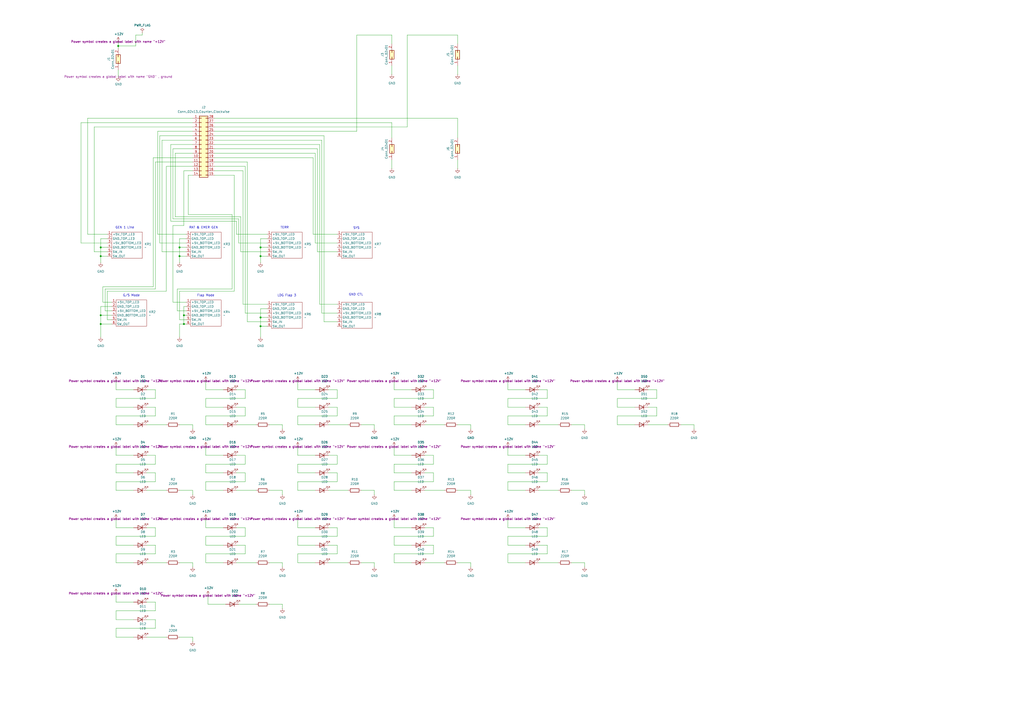
<source format=kicad_sch>
(kicad_sch (version 20250114) (generator "eeschema") (generator_version "9.0")
  (paper "A2")
  (text "TERR" (at 165.1 132.08 0) (effects (font (size 1.27 1.27))))
  (text "G/S Mode\n" (at 76.2 171.45 0) (effects (font (size 1.27 1.27))))
  (text "LDG Flap 3\n" (at 166.37 171.45 0) (effects (font (size 1.27 1.27))))
  (text "GEN 1 Line\n" (at 72.39 132.08 0) (effects (font (size 1.27 1.27))))
  (text "Flap Mode" (at 119.38 171.45 0) (effects (font (size 1.27 1.27))))
  (text "GND CTL" (at 206.502 170.942 0) (effects (font (size 1.27 1.27))))
  (text "SYS" (at 206.756 132.334 0) (effects (font (size 1.27 1.27))))
  (text "RAT & EMER GEN" (at 118.11 132.08 0) (effects (font (size 1.27 1.27))))
  (junction (at 151.13 189.23))
  (junction (at 68.58 26.67))
  (junction (at 58.42 148.59))
  (junction (at 151.13 143.51))
  (junction (at 151.13 184.15))
  (junction (at 58.42 182.88))
  (junction (at 104.14 143.51))
  (junction (at 151.13 148.59))
  (junction (at 104.14 148.59))
  (junction (at 58.42 187.96))
  (junction (at 58.42 143.51))
  (junction (at 106.68 182.88))
  (junction (at 106.68 187.96))
  (wire (pts (xy 304.8 274.32) (xy 294.64 274.32)))
  (wire (pts (xy 77.47 369.57) (xy 67.31 369.57)))
  (wire (pts (xy 107.95 140.97) (xy 92.71 140.97)))
  (wire (pts (xy 156.21 350.52) (xy 163.83 350.52)))
  (wire (pts (xy 317.5 231.14) (xy 317.5 226.06)))
  (wire (pts (xy 142.24 279.4) (xy 142.24 274.32)))
  (wire (pts (xy 100.33 86.36) (xy 100.33 127)))
  (wire (pts (xy 119.38 259.08) (xy 119.38 264.16)))
  (wire (pts (xy 58.42 187.96) (xy 64.77 187.96)))
  (wire (pts (xy 58.42 182.88) (xy 58.42 177.8)))
  (wire (pts (xy 85.09 284.48) (xy 96.52 284.48)))
  (wire (pts (xy 402.59 246.38) (xy 402.59 248.92)))
  (wire (pts (xy 228.6 226.06) (xy 238.76 226.06)))
  (wire (pts (xy 88.9 166.37) (xy 88.9 91.44)))
  (wire (pts (xy 251.46 321.31) (xy 251.46 316.23)))
  (wire (pts (xy 238.76 326.39) (xy 228.6 326.39)))
  (wire (pts (xy 195.58 231.14) (xy 195.58 226.06)))
  (wire (pts (xy 62.23 146.05) (xy 54.61 146.05)))
  (wire (pts (xy 68.58 24.13) (xy 68.58 26.67)))
  (wire (pts (xy 137.16 128.27) (xy 99.06 128.27)))
  (wire (pts (xy 90.17 311.15) (xy 90.17 306.07)))
  (wire (pts (xy 151.13 189.23) (xy 151.13 184.15)))
  (wire (pts (xy 195.58 146.05) (xy 184.15 146.05)))
  (wire (pts (xy 317.5 241.3) (xy 317.5 236.22)))
  (wire (pts (xy 172.72 316.23) (xy 172.72 311.15)))
  (wire (pts (xy 187.96 78.74) (xy 124.46 78.74)))
  (wire (pts (xy 195.58 279.4) (xy 195.58 274.32)))
  (wire (pts (xy 184.15 146.05) (xy 184.15 86.36)))
  (wire (pts (xy 163.83 350.52) (xy 163.83 353.06)))
  (wire (pts (xy 104.14 168.91) (xy 135.89 168.91)))
  (wire (pts (xy 172.72 269.24) (xy 195.58 269.24)))
  (wire (pts (xy 251.46 311.15) (xy 251.46 306.07)))
  (wire (pts (xy 294.64 269.24) (xy 317.5 269.24)))
  (wire (pts (xy 67.31 300.99) (xy 67.31 306.07)))
  (wire (pts (xy 67.31 231.14) (xy 90.17 231.14)))
  (wire (pts (xy 96.52 96.52) (xy 96.52 168.91)))
  (wire (pts (xy 217.17 284.48) (xy 217.17 287.02)))
  (wire (pts (xy 195.58 135.89) (xy 181.61 135.89)))
  (wire (pts (xy 90.17 279.4) (xy 90.17 274.32)))
  (wire (pts (xy 273.05 284.48) (xy 273.05 287.02)))
  (wire (pts (xy 358.14 220.98) (xy 358.14 226.06)))
  (wire (pts (xy 228.6 316.23) (xy 228.6 311.15)))
  (wire (pts (xy 228.6 269.24) (xy 251.46 269.24)))
  (wire (pts (xy 195.58 186.69) (xy 187.96 186.69)))
  (wire (pts (xy 163.83 246.38) (xy 163.83 248.92)))
  (wire (pts (xy 138.43 127) (xy 138.43 140.97)))
  (wire (pts (xy 195.58 241.3) (xy 195.58 236.22)))
  (wire (pts (xy 265.43 25.4) (xy 265.43 20.32)))
  (wire (pts (xy 246.38 246.38) (xy 257.81 246.38)))
  (wire (pts (xy 54.61 146.05) (xy 54.61 73.66)))
  (wire (pts (xy 104.14 284.48) (xy 111.76 284.48)))
  (wire (pts (xy 172.72 321.31) (xy 195.58 321.31)))
  (wire (pts (xy 58.42 195.58) (xy 58.42 187.96)))
  (wire (pts (xy 228.6 220.98) (xy 228.6 226.06)))
  (wire (pts (xy 77.47 246.38) (xy 67.31 246.38)))
  (wire (pts (xy 381 236.22) (xy 375.92 236.22)))
  (wire (pts (xy 119.38 279.4) (xy 142.24 279.4)))
  (wire (pts (xy 67.31 321.31) (xy 90.17 321.31)))
  (wire (pts (xy 228.6 259.08) (xy 228.6 264.16)))
  (wire (pts (xy 85.09 369.57) (xy 96.52 369.57)))
  (wire (pts (xy 77.47 316.23) (xy 67.31 316.23)))
  (wire (pts (xy 381 226.06) (xy 375.92 226.06)))
  (wire (pts (xy 375.92 246.38) (xy 387.35 246.38)))
  (wire (pts (xy 182.88 284.48) (xy 172.72 284.48)))
  (wire (pts (xy 151.13 152.4) (xy 151.13 148.59)))
  (wire (pts (xy 96.52 168.91) (xy 62.23 168.91)))
  (wire (pts (xy 154.94 135.89) (xy 137.16 135.89)))
  (wire (pts (xy 85.09 246.38) (xy 96.52 246.38)))
  (wire (pts (xy 358.14 241.3) (xy 381 241.3)))
  (wire (pts (xy 67.31 369.57) (xy 67.31 364.49)))
  (wire (pts (xy 64.77 180.34) (xy 60.96 180.34)))
  (wire (pts (xy 58.42 143.51) (xy 62.23 143.51)))
  (wire (pts (xy 331.47 326.39) (xy 339.09 326.39)))
  (wire (pts (xy 339.09 284.48) (xy 339.09 287.02)))
  (wire (pts (xy 304.8 284.48) (xy 294.64 284.48)))
  (wire (pts (xy 77.47 326.39) (xy 67.31 326.39)))
  (wire (pts (xy 251.46 231.14) (xy 251.46 226.06)))
  (wire (pts (xy 67.31 316.23) (xy 67.31 311.15)))
  (wire (pts (xy 151.13 195.58) (xy 151.13 189.23)))
  (wire (pts (xy 195.58 176.53) (xy 185.42 176.53)))
  (wire (pts (xy 238.76 284.48) (xy 228.6 284.48)))
  (wire (pts (xy 151.13 148.59) (xy 154.94 148.59)))
  (wire (pts (xy 381 241.3) (xy 381 236.22)))
  (wire (pts (xy 236.22 20.32) (xy 236.22 73.66)))
  (wire (pts (xy 109.22 101.6) (xy 111.76 101.6)))
  (wire (pts (xy 90.17 93.98) (xy 111.76 93.98)))
  (wire (pts (xy 90.17 231.14) (xy 90.17 226.06)))
  (wire (pts (xy 151.13 184.15) (xy 151.13 179.07)))
  (wire (pts (xy 68.58 40.64) (xy 68.58 44.45)))
  (wire (pts (xy 104.14 148.59) (xy 104.14 143.51)))
  (wire (pts (xy 93.98 81.28) (xy 111.76 81.28)))
  (wire (pts (xy 172.72 326.39) (xy 172.72 321.31)))
  (wire (pts (xy 368.3 236.22) (xy 358.14 236.22)))
  (wire (pts (xy 92.71 78.74) (xy 111.76 78.74)))
  (wire (pts (xy 64.77 185.42) (xy 62.23 185.42)))
  (wire (pts (xy 317.5 306.07) (xy 312.42 306.07)))
  (wire (pts (xy 67.31 241.3) (xy 90.17 241.3)))
  (wire (pts (xy 265.43 80.01) (xy 265.43 68.58)))
  (wire (pts (xy 91.44 76.2) (xy 111.76 76.2)))
  (wire (pts (xy 111.76 284.48) (xy 111.76 287.02)))
  (wire (pts (xy 119.38 300.99) (xy 119.38 306.07)))
  (wire (pts (xy 120.65 350.52) (xy 130.81 350.52)))
  (wire (pts (xy 54.61 73.66) (xy 111.76 73.66)))
  (wire (pts (xy 119.38 316.23) (xy 119.38 311.15)))
  (wire (pts (xy 185.42 176.53) (xy 185.42 83.82)))
  (wire (pts (xy 142.24 181.61) (xy 142.24 96.52)))
  (wire (pts (xy 172.72 226.06) (xy 182.88 226.06)))
  (wire (pts (xy 317.5 274.32) (xy 312.42 274.32)))
  (wire (pts (xy 151.13 179.07) (xy 154.94 179.07)))
  (wire (pts (xy 246.38 326.39) (xy 257.81 326.39)))
  (wire (pts (xy 209.55 246.38) (xy 217.17 246.38)))
  (wire (pts (xy 138.43 350.52) (xy 148.59 350.52)))
  (wire (pts (xy 119.38 236.22) (xy 119.38 231.14)))
  (wire (pts (xy 67.31 226.06) (xy 77.47 226.06)))
  (wire (pts (xy 106.68 99.06) (xy 111.76 99.06)))
  (wire (pts (xy 273.05 326.39) (xy 273.05 328.93)))
  (wire (pts (xy 195.58 311.15) (xy 195.58 306.07)))
  (wire (pts (xy 195.58 264.16) (xy 190.5 264.16)))
  (wire (pts (xy 107.95 175.26) (xy 100.33 175.26)))
  (wire (pts (xy 251.46 316.23) (xy 246.38 316.23)))
  (wire (pts (xy 195.58 226.06) (xy 190.5 226.06)))
  (wire (pts (xy 312.42 284.48) (xy 323.85 284.48)))
  (wire (pts (xy 77.47 236.22) (xy 67.31 236.22)))
  (wire (pts (xy 294.64 246.38) (xy 294.64 241.3)))
  (wire (pts (xy 228.6 236.22) (xy 228.6 231.14)))
  (wire (pts (xy 124.46 96.52) (xy 142.24 96.52)))
  (wire (pts (xy 251.46 306.07) (xy 246.38 306.07)))
  (wire (pts (xy 67.31 264.16) (xy 77.47 264.16)))
  (wire (pts (xy 119.38 326.39) (xy 119.38 321.31)))
  (wire (pts (xy 304.8 236.22) (xy 294.64 236.22)))
  (wire (pts (xy 227.33 20.32) (xy 207.01 20.32)))
  (wire (pts (xy 58.42 177.8) (xy 64.77 177.8)))
  (wire (pts (xy 67.31 269.24) (xy 90.17 269.24)))
  (wire (pts (xy 294.64 226.06) (xy 304.8 226.06)))
  (wire (pts (xy 90.17 364.49) (xy 90.17 359.41)))
  (wire (pts (xy 88.9 91.44) (xy 111.76 91.44)))
  (wire (pts (xy 58.42 148.59) (xy 62.23 148.59)))
  (wire (pts (xy 227.33 25.4) (xy 227.33 20.32)))
  (wire (pts (xy 142.24 306.07) (xy 137.16 306.07)))
  (wire (pts (xy 228.6 284.48) (xy 228.6 279.4)))
  (wire (pts (xy 294.64 236.22) (xy 294.64 231.14)))
  (wire (pts (xy 50.8 135.89) (xy 50.8 68.58)))
  (wire (pts (xy 181.61 91.44) (xy 124.46 91.44)))
  (wire (pts (xy 238.76 316.23) (xy 228.6 316.23)))
  (wire (pts (xy 67.31 354.33) (xy 90.17 354.33)))
  (wire (pts (xy 317.5 269.24) (xy 317.5 264.16)))
  (wire (pts (xy 368.3 246.38) (xy 358.14 246.38)))
  (wire (pts (xy 312.42 246.38) (xy 323.85 246.38)))
  (wire (pts (xy 265.43 92.71) (xy 265.43 97.79)))
  (wire (pts (xy 228.6 246.38) (xy 228.6 241.3)))
  (wire (pts (xy 104.14 148.59) (xy 107.95 148.59)))
  (wire (pts (xy 119.38 306.07) (xy 129.54 306.07)))
  (wire (pts (xy 119.38 246.38) (xy 119.38 241.3)))
  (wire (pts (xy 90.17 354.33) (xy 90.17 349.25)))
  (wire (pts (xy 151.13 143.51) (xy 151.13 138.43)))
  (wire (pts (xy 100.33 127) (xy 138.43 127)))
  (wire (pts (xy 120.65 345.44) (xy 120.65 350.52)))
  (wire (pts (xy 156.21 284.48) (xy 163.83 284.48)))
  (wire (pts (xy 207.01 20.32) (xy 207.01 76.2)))
  (wire (pts (xy 137.16 246.38) (xy 148.59 246.38)))
  (wire (pts (xy 154.94 186.69) (xy 143.51 186.69)))
  (wire (pts (xy 228.6 300.99) (xy 228.6 306.07)))
  (wire (pts (xy 172.72 236.22) (xy 172.72 231.14)))
  (wire (pts (xy 236.22 73.66) (xy 124.46 73.66)))
  (wire (pts (xy 129.54 316.23) (xy 119.38 316.23)))
  (wire (pts (xy 294.64 321.31) (xy 317.5 321.31)))
  (wire (pts (xy 154.94 181.61) (xy 142.24 181.61)))
  (wire (pts (xy 107.95 146.05) (xy 93.98 146.05)))
  (wire (pts (xy 143.51 186.69) (xy 143.51 93.98)))
  (wire (pts (xy 163.83 326.39) (xy 163.83 328.93)))
  (wire (pts (xy 182.88 316.23) (xy 172.72 316.23)))
  (wire (pts (xy 58.42 187.96) (xy 58.42 182.88)))
  (wire (pts (xy 227.33 71.12) (xy 124.46 71.12)))
  (wire (pts (xy 90.17 226.06) (xy 85.09 226.06)))
  (wire (pts (xy 104.14 195.58) (xy 104.14 187.96)))
  (wire (pts (xy 46.99 71.12) (xy 111.76 71.12)))
  (wire (pts (xy 142.24 241.3) (xy 142.24 236.22)))
  (wire (pts (xy 294.64 300.99) (xy 294.64 306.07)))
  (wire (pts (xy 67.31 359.41) (xy 67.31 354.33)))
  (wire (pts (xy 228.6 264.16) (xy 238.76 264.16)))
  (wire (pts (xy 227.33 71.12) (xy 227.33 80.01)))
  (wire (pts (xy 294.64 306.07) (xy 304.8 306.07)))
  (wire (pts (xy 67.31 306.07) (xy 77.47 306.07)))
  (wire (pts (xy 317.5 311.15) (xy 317.5 306.07)))
  (wire (pts (xy 111.76 246.38) (xy 111.76 248.92)))
  (wire (pts (xy 190.5 246.38) (xy 201.93 246.38)))
  (wire (pts (xy 381 231.14) (xy 381 226.06)))
  (wire (pts (xy 265.43 284.48) (xy 273.05 284.48)))
  (wire (pts (xy 184.15 86.36) (xy 124.46 86.36)))
  (wire (pts (xy 228.6 321.31) (xy 251.46 321.31)))
  (wire (pts (xy 134.62 124.46) (xy 109.22 124.46)))
  (wire (pts (xy 172.72 306.07) (xy 182.88 306.07)))
  (wire (pts (xy 151.13 148.59) (xy 151.13 143.51)))
  (wire (pts (xy 124.46 93.98) (xy 143.51 93.98)))
  (wire (pts (xy 67.31 284.48) (xy 67.31 279.4)))
  (wire (pts (xy 107.95 185.42) (xy 104.14 185.42)))
  (wire (pts (xy 172.72 259.08) (xy 172.72 264.16)))
  (wire (pts (xy 317.5 279.4) (xy 317.5 274.32)))
  (wire (pts (xy 317.5 236.22) (xy 312.42 236.22)))
  (wire (pts (xy 195.58 236.22) (xy 190.5 236.22)))
  (wire (pts (xy 142.24 231.14) (xy 142.24 226.06)))
  (wire (pts (xy 67.31 311.15) (xy 90.17 311.15)))
  (wire (pts (xy 304.8 326.39) (xy 294.64 326.39)))
  (wire (pts (xy 331.47 246.38) (xy 339.09 246.38)))
  (wire (pts (xy 67.31 236.22) (xy 67.31 231.14)))
  (wire (pts (xy 142.24 226.06) (xy 137.16 226.06)))
  (wire (pts (xy 104.14 369.57) (xy 111.76 369.57)))
  (wire (pts (xy 96.52 96.52) (xy 111.76 96.52)))
  (wire (pts (xy 90.17 349.25) (xy 85.09 349.25)))
  (wire (pts (xy 129.54 236.22) (xy 119.38 236.22)))
  (wire (pts (xy 102.87 167.64) (xy 134.62 167.64)))
  (wire (pts (xy 119.38 241.3) (xy 142.24 241.3)))
  (wire (pts (xy 186.69 181.61) (xy 186.69 81.28)))
  (wire (pts (xy 119.38 269.24) (xy 142.24 269.24)))
  (wire (pts (xy 195.58 140.97) (xy 182.88 140.97)))
  (wire (pts (xy 358.14 236.22) (xy 358.14 231.14)))
  (wire (pts (xy 228.6 311.15) (xy 251.46 311.15)))
  (wire (pts (xy 137.16 284.48) (xy 148.59 284.48)))
  (wire (pts (xy 60.96 167.64) (xy 90.17 167.64)))
  (wire (pts (xy 265.43 20.32) (xy 236.22 20.32)))
  (wire (pts (xy 119.38 264.16) (xy 129.54 264.16)))
  (wire (pts (xy 163.83 284.48) (xy 163.83 287.02)))
  (wire (pts (xy 251.46 226.06) (xy 246.38 226.06)))
  (wire (pts (xy 119.38 220.98) (xy 119.38 226.06)))
  (wire (pts (xy 195.58 274.32) (xy 190.5 274.32)))
  (wire (pts (xy 294.64 284.48) (xy 294.64 279.4)))
  (wire (pts (xy 394.97 246.38) (xy 402.59 246.38)))
  (wire (pts (xy 238.76 246.38) (xy 228.6 246.38)))
  (wire (pts (xy 138.43 140.97) (xy 154.94 140.97)))
  (wire (pts (xy 142.24 236.22) (xy 137.16 236.22)))
  (wire (pts (xy 67.31 220.98) (xy 67.31 226.06)))
  (wire (pts (xy 294.64 279.4) (xy 317.5 279.4)))
  (wire (pts (xy 90.17 236.22) (xy 85.09 236.22)))
  (wire (pts (xy 339.09 246.38) (xy 339.09 248.92)))
  (wire (pts (xy 172.72 220.98) (xy 172.72 226.06)))
  (wire (pts (xy 67.31 259.08) (xy 67.31 264.16)))
  (wire (pts (xy 58.42 152.4) (xy 58.42 148.59)))
  (wire (pts (xy 317.5 264.16) (xy 312.42 264.16)))
  (wire (pts (xy 294.64 220.98) (xy 294.64 226.06)))
  (wire (pts (xy 172.72 274.32) (xy 172.72 269.24)))
  (wire (pts (xy 64.77 175.26) (xy 59.69 175.26)))
  (wire (pts (xy 227.33 92.71) (xy 227.33 97.79)))
  (wire (pts (xy 331.47 284.48) (xy 339.09 284.48)))
  (wire (pts (xy 59.69 175.26) (xy 59.69 166.37)))
  (wire (pts (xy 182.88 326.39) (xy 172.72 326.39)))
  (wire (pts (xy 265.43 38.1) (xy 265.43 43.18)))
  (wire (pts (xy 139.7 125.73) (xy 101.6 125.73)))
  (wire (pts (xy 172.72 300.99) (xy 172.72 306.07)))
  (wire (pts (xy 172.72 279.4) (xy 195.58 279.4)))
  (wire (pts (xy 104.14 185.42) (xy 104.14 168.91)))
  (wire (pts (xy 90.17 321.31) (xy 90.17 316.23)))
  (wire (pts (xy 273.05 246.38) (xy 273.05 248.92)))
  (wire (pts (xy 100.33 130.81) (xy 106.68 130.81)))
  (wire (pts (xy 106.68 182.88) (xy 107.95 182.88)))
  (wire (pts (xy 137.16 326.39) (xy 148.59 326.39)))
  (wire (pts (xy 185.42 83.82) (xy 124.46 83.82)))
  (wire (pts (xy 251.46 264.16) (xy 246.38 264.16)))
  (wire (pts (xy 100.33 175.26) (xy 100.33 130.81)))
  (wire (pts (xy 129.54 274.32) (xy 119.38 274.32)))
  (wire (pts (xy 109.22 124.46) (xy 109.22 101.6)))
  (wire (pts (xy 67.31 326.39) (xy 67.31 321.31)))
  (wire (pts (xy 228.6 274.32) (xy 228.6 269.24)))
  (wire (pts (xy 50.8 68.58) (xy 111.76 68.58)))
  (wire (pts (xy 358.14 246.38) (xy 358.14 241.3)))
  (wire (pts (xy 294.64 264.16) (xy 304.8 264.16)))
  (wire (pts (xy 195.58 316.23) (xy 190.5 316.23)))
  (wire (pts (xy 154.94 146.05) (xy 139.7 146.05)))
  (wire (pts (xy 106.68 187.96) (xy 106.68 182.88)))
  (wire (pts (xy 195.58 306.07) (xy 190.5 306.07)))
  (wire (pts (xy 251.46 279.4) (xy 251.46 274.32)))
  (wire (pts (xy 68.58 26.67) (xy 78.74 26.67)))
  (wire (pts (xy 90.17 359.41) (xy 85.09 359.41)))
  (wire (pts (xy 90.17 241.3) (xy 90.17 236.22)))
  (wire (pts (xy 111.76 369.57) (xy 111.76 372.11)))
  (wire (pts (xy 358.14 231.14) (xy 381 231.14)))
  (wire (pts (xy 190.5 284.48) (xy 201.93 284.48)))
  (wire (pts (xy 104.14 326.39) (xy 111.76 326.39)))
  (wire (pts (xy 59.69 166.37) (xy 88.9 166.37)))
  (wire (pts (xy 107.95 180.34) (xy 102.87 180.34)))
  (wire (pts (xy 195.58 269.24) (xy 195.58 264.16)))
  (wire (pts (xy 142.24 311.15) (xy 142.24 306.07)))
  (wire (pts (xy 294.64 231.14) (xy 317.5 231.14)))
  (wire (pts (xy 151.13 143.51) (xy 154.94 143.51)))
  (wire (pts (xy 129.54 284.48) (xy 119.38 284.48)))
  (wire (pts (xy 78.74 20.32) (xy 82.55 20.32)))
  (wire (pts (xy 77.47 359.41) (xy 67.31 359.41)))
  (wire (pts (xy 294.64 316.23) (xy 294.64 311.15)))
  (wire (pts (xy 172.72 284.48) (xy 172.72 279.4)))
  (wire (pts (xy 67.31 364.49) (xy 90.17 364.49)))
  (wire (pts (xy 90.17 269.24) (xy 90.17 264.16)))
  (wire (pts (xy 67.31 274.32) (xy 67.31 269.24)))
  (wire (pts (xy 182.88 88.9) (xy 124.46 88.9)))
  (wire (pts (xy 207.01 76.2) (xy 124.46 76.2)))
  (wire (pts (xy 195.58 181.61) (xy 186.69 181.61)))
  (wire (pts (xy 119.38 284.48) (xy 119.38 279.4)))
  (wire (pts (xy 106.68 187.96) (xy 107.95 187.96)))
  (wire (pts (xy 190.5 326.39) (xy 201.93 326.39)))
  (wire (pts (xy 358.14 226.06) (xy 368.3 226.06)))
  (wire (pts (xy 58.42 138.43) (xy 62.23 138.43)))
  (wire (pts (xy 99.06 83.82) (xy 111.76 83.82)))
  (wire (pts (xy 124.46 99.06) (xy 140.97 99.06)))
  (wire (pts (xy 140.97 176.53) (xy 140.97 99.06)))
  (wire (pts (xy 172.72 241.3) (xy 195.58 241.3)))
  (wire (pts (xy 58.42 182.88) (xy 64.77 182.88)))
  (wire (pts (xy 90.17 306.07) (xy 85.09 306.07)))
  (wire (pts (xy 107.95 135.89) (xy 91.44 135.89)))
  (wire (pts (xy 294.64 241.3) (xy 317.5 241.3)))
  (wire (pts (xy 227.33 38.1) (xy 227.33 43.18)))
  (wire (pts (xy 151.13 189.23) (xy 154.94 189.23)))
  (wire (pts (xy 265.43 68.58) (xy 124.46 68.58)))
  (wire (pts (xy 142.24 274.32) (xy 137.16 274.32)))
  (wire (pts (xy 317.5 316.23) (xy 312.42 316.23)))
  (wire (pts (xy 181.61 135.89) (xy 181.61 91.44)))
  (wire (pts (xy 119.38 226.06) (xy 129.54 226.06)))
  (wire (pts (xy 317.5 226.06) (xy 312.42 226.06)))
  (wire (pts (xy 119.38 274.32) (xy 119.38 269.24)))
  (wire (pts (xy 312.42 326.39) (xy 323.85 326.39)))
  (wire (pts (xy 139.7 146.05) (xy 139.7 125.73)))
  (wire (pts (xy 251.46 241.3) (xy 251.46 236.22)))
  (wire (pts (xy 62.23 135.89) (xy 50.8 135.89)))
  (wire (pts (xy 62.23 168.91) (xy 62.23 185.42)))
  (wire (pts (xy 77.47 284.48) (xy 67.31 284.48)))
  (wire (pts (xy 90.17 167.64) (xy 90.17 93.98)))
  (wire (pts (xy 182.88 140.97) (xy 182.88 88.9)))
  (wire (pts (xy 99.06 128.27) (xy 99.06 83.82)))
  (wire (pts (xy 251.46 269.24) (xy 251.46 264.16)))
  (wire (pts (xy 104.14 187.96) (xy 106.68 187.96)))
  (wire (pts (xy 228.6 241.3) (xy 251.46 241.3)))
  (wire (pts (xy 228.6 231.14) (xy 251.46 231.14)))
  (wire (pts (xy 172.72 231.14) (xy 195.58 231.14)))
  (wire (pts (xy 135.89 101.6) (xy 135.89 168.91)))
  (wire (pts (xy 90.17 264.16) (xy 85.09 264.16)))
  (wire (pts (xy 129.54 326.39) (xy 119.38 326.39)))
  (wire (pts (xy 90.17 316.23) (xy 85.09 316.23)))
  (wire (pts (xy 246.38 284.48) (xy 257.81 284.48)))
  (wire (pts (xy 124.46 101.6) (xy 135.89 101.6)))
  (wire (pts (xy 142.24 316.23) (xy 137.16 316.23)))
  (wire (pts (xy 156.21 246.38) (xy 163.83 246.38)))
  (wire (pts (xy 67.31 344.17) (xy 67.31 349.25)))
  (wire (pts (xy 104.14 152.4) (xy 104.14 148.59)))
  (wire (pts (xy 294.64 274.32) (xy 294.64 269.24)))
  (wire (pts (xy 137.16 135.89) (xy 137.16 128.27)))
  (wire (pts (xy 151.13 138.43) (xy 154.94 138.43)))
  (wire (pts (xy 58.42 143.51) (xy 58.42 138.43)))
  (wire (pts (xy 67.31 349.25) (xy 77.47 349.25)))
  (wire (pts (xy 209.55 326.39) (xy 217.17 326.39)))
  (wire (pts (xy 67.31 246.38) (xy 67.31 241.3)))
  (wire (pts (xy 294.64 259.08) (xy 294.64 264.16)))
  (wire (pts (xy 119.38 311.15) (xy 142.24 311.15)))
  (wire (pts (xy 142.24 269.24) (xy 142.24 264.16)))
  (wire (pts (xy 60.96 180.34) (xy 60.96 167.64)))
  (wire (pts (xy 129.54 246.38) (xy 119.38 246.38)))
  (wire (pts (xy 92.71 140.97) (xy 92.71 78.74)))
  (wire (pts (xy 265.43 246.38) (xy 273.05 246.38)))
  (wire (pts (xy 58.42 148.59) (xy 58.42 143.51)))
  (wire (pts (xy 46.99 140.97) (xy 46.99 71.12)))
  (wire (pts (xy 228.6 279.4) (xy 251.46 279.4)))
  (wire (pts (xy 182.88 236.22) (xy 172.72 236.22)))
  (wire (pts (xy 104.14 138.43) (xy 107.95 138.43)))
  (wire (pts (xy 104.14 143.51) (xy 107.95 143.51)))
  (wire (pts (xy 172.72 246.38) (xy 172.72 241.3)))
  (wire (pts (xy 67.31 279.4) (xy 90.17 279.4)))
  (wire (pts (xy 106.68 182.88) (xy 106.68 177.8)))
  (wire (pts (xy 187.96 186.69) (xy 187.96 78.74)))
  (wire (pts (xy 104.14 246.38) (xy 111.76 246.38)))
  (wire (pts (xy 106.68 177.8) (xy 107.95 177.8)))
  (wire (pts (xy 101.6 88.9) (xy 111.76 88.9)))
  (wire (pts (xy 172.72 311.15) (xy 195.58 311.15)))
  (wire (pts (xy 151.13 184.15) (xy 154.94 184.15)))
  (wire (pts (xy 111.76 326.39) (xy 111.76 328.93)))
  (wire (pts (xy 111.76 86.36) (xy 100.33 86.36)))
  (wire (pts (xy 228.6 326.39) (xy 228.6 321.31)))
  (wire (pts (xy 101.6 125.73) (xy 101.6 88.9)))
  (wire (pts (xy 91.44 135.89) (xy 91.44 76.2)))
  (wire (pts (xy 238.76 274.32) (xy 228.6 274.32)))
  (wire (pts (xy 217.17 326.39) (xy 217.17 328.93)))
  (wire (pts (xy 106.68 130.81) (xy 106.68 99.06)))
  (wire (pts (xy 119.38 321.31) (xy 142.24 321.31)))
  (wire (pts (xy 195.58 321.31) (xy 195.58 316.23)))
  (wire (pts (xy 104.14 143.51) (xy 104.14 138.43)))
  (wire (pts (xy 182.88 274.32) (xy 172.72 274.32)))
  (wire (pts (xy 294.64 326.39) (xy 294.64 321.31)))
  (wire (pts (xy 304.8 246.38) (xy 294.64 246.38)))
  (wire (pts (xy 172.72 264.16) (xy 182.88 264.16)))
  (wire (pts (xy 134.62 124.46) (xy 134.62 167.64)))
  (wire (pts (xy 142.24 321.31) (xy 142.24 316.23)))
  (wire (pts (xy 85.09 326.39) (xy 96.52 326.39)))
  (wire (pts (xy 78.74 26.67) (xy 78.74 20.32)))
  (wire (pts (xy 251.46 274.32) (xy 246.38 274.32)))
  (wire (pts (xy 186.69 81.28) (xy 124.46 81.28)))
  (wire (pts (xy 217.17 246.38) (xy 217.17 248.92)))
  (wire (pts (xy 102.87 180.34) (xy 102.87 167.64)))
  (wire (pts (xy 119.38 231.14) (xy 142.24 231.14)))
  (wire (pts (xy 142.24 264.16) (xy 137.16 264.16)))
  (wire (pts (xy 238.76 236.22) (xy 228.6 236.22)))
  (wire (pts (xy 228.6 306.07) (xy 238.76 306.07)))
  (wire (pts (xy 182.88 246.38) (xy 172.72 246.38)))
  (wire (pts (xy 265.43 326.39) (xy 273.05 326.39)))
  (wire (pts (xy 62.23 140.97) (xy 46.99 140.97)))
  (wire (pts (xy 209.55 284.48) (xy 217.17 284.48)))
  (wire (pts (xy 90.17 274.32) (xy 85.09 274.32)))
  (wire (pts (xy 317.5 321.31) (xy 317.5 316.23)))
  (wire (pts (xy 156.21 326.39) (xy 163.83 326.39)))
  (wire (pts (xy 93.98 146.05) (xy 93.98 81.28)))
  (wire (pts (xy 251.46 236.22) (xy 246.38 236.22)))
  (wire (pts (xy 294.64 311.15) (xy 317.5 311.15)))
  (wire (pts (xy 68.58 26.67) (xy 68.58 27.94)))
  (wire (pts (xy 154.94 176.53) (xy 140.97 176.53)))
  (wire (pts (xy 339.09 326.39) (xy 339.09 328.93)))
  (wire (pts (xy 304.8 316.23) (xy 294.64 316.23)))
  (wire (pts (xy 82.55 20.32) (xy 82.55 19.05)))
  (wire (pts (xy 77.47 274.32) (xy 67.31 274.32)))
  (symbol (lib_id "Connector_Generic:Conn_02x01") (at 68.58 35.56 90) (unit 1)
    (property "Reference" "J1" (at 63.0682 34.29 0))
    (property "Value" "Conn_02x01" (at 65.3796 34.29 0))
    (property "Footprint" "TerminalBlock:TerminalBlock_bornier-2_P5.08mm" (effects (hide yes)))
    (property "Description" "Generic connector, double row, 02x01, this symbol is compatible with counter-clockwise, top-bottom and odd-even numbering schemes., script generated (kicad-library-utils/schlib/autogen/connector/)" (effects (hide yes)))
  )
  (symbol (lib_id "power:GND") (at 68.58 44.45 0) (unit 1)
    (property "Reference" "#PWR08" (effects (hide yes)))
    (property "Value" "GND" (at 68.707 48.8442 0))
    (property "Description" "Power symbol creates a global label with name \"GND\" , ground" (at 68.58 44.45 0))
  )
  (symbol (lib_id "power:+12V") (at 68.58 24.13 0) (unit 1)
    (property "Reference" "#PWR07" (effects (hide yes)))
    (property "Value" "+12V" (at 68.961 19.7358 0))
    (property "Description" "Power symbol creates a global label with name \"+12V\"" (at 68.58 24.13 0))
  )
  (symbol (lib_id "power:PWR_FLAG") (at 82.55 19.05 0) (unit 1)
    (property "Reference" "#FLG01" (effects (hide yes)))
    (property "Value" "PWR_FLAG" (at 82.55 14.6558 0))
  )
  (symbol (lib_id "power:+12V") (at 228.6 300.99 0) (unit 1)
    (property "Reference" "#PWR035" (effects (hide yes)))
    (property "Value" "+12V" (at 228.981 296.5958 0))
    (property "Description" "Power symbol creates a global label with name \"+12V\"" (at 228.6 300.99 0))
  )
  (symbol (lib_id "power:GND") (at 339.09 328.93 0) (unit 1)
    (property "Reference" "#PWR046" (effects (hide yes)))
    (property "Value" "GND" (at 339.09 334.01 0))
    (property "Description" "Power symbol creates a global label with name \"GND\" , ground" (effects (hide yes)))
  )
  (symbol (lib_id "Device:R") (at 205.74 326.39 90) (unit 1)
    (property "Reference" "R11" (at 205.74 320.04 90))
    (property "Value" "220R" (at 205.74 322.58 90))
    (property "Footprint" "Resistor_SMD:R_1206_3216Metric_Pad1.30x1.75mm_HandSolder" (effects (hide yes)))
    (property "Description" "Resistor" (effects (hide yes)))
  )
  (symbol (lib_id "power:+12V") (at 119.38 220.98 0) (unit 1)
    (property "Reference" "#PWR015" (effects (hide yes)))
    (property "Value" "+12V" (at 119.761 216.5858 0))
    (property "Description" "Power symbol creates a global label with name \"+12V\"" (at 119.38 220.98 0))
  )
  (symbol (lib_id "Device:LED") (at 133.35 316.23 180) (unit 1)
    (property "Reference" "D20" (at 134.9375 308.61 0))
    (property "Value" "LED" (at 134.9375 311.15 0))
    (property "Footprint" "OpenA3XX:LED_Everlight-SMD3528_3.5x2.8mm_67-21ST" (effects (hide yes)))
    (property "Description" "Light emitting diode" (effects (hide yes)))
    (property "Sim.Pins" "1=K 2=A" (effects (hide yes)))
  )
  (symbol (lib_id "Device:R") (at 100.33 369.57 90) (unit 1)
    (property "Reference" "R4" (at 100.33 363.22 90))
    (property "Value" "220R" (at 100.33 365.76 90))
    (property "Footprint" "Resistor_SMD:R_1206_3216Metric_Pad1.30x1.75mm_HandSolder" (effects (hide yes)))
    (property "Description" "Resistor" (effects (hide yes)))
  )
  (symbol (lib_id "Device:LED") (at 81.28 274.32 180) (unit 1)
    (property "Reference" "D5" (at 82.8675 266.7 0))
    (property "Value" "LED" (at 82.8675 269.24 0))
    (property "Footprint" "OpenA3XX:LED_Everlight-SMD3528_3.5x2.8mm_67-21ST" (effects (hide yes)))
    (property "Description" "Light emitting diode" (effects (hide yes)))
    (property "Sim.Pins" "1=K 2=A" (effects (hide yes)))
  )
  (symbol (lib_id "Device:LED") (at 242.57 246.38 180) (unit 1)
    (property "Reference" "D34" (at 244.1575 238.76 0))
    (property "Value" "LED" (at 244.1575 241.3 0))
    (property "Footprint" "OpenA3XX:LED_Everlight-SMD3528_3.5x2.8mm_67-21ST" (effects (hide yes)))
    (property "Description" "Light emitting diode" (effects (hide yes)))
    (property "Sim.Pins" "1=K 2=A" (effects (hide yes)))
  )
  (symbol (lib_id "Device:LED") (at 81.28 284.48 180) (unit 1)
    (property "Reference" "D6" (at 82.8675 276.86 0))
    (property "Value" "LED" (at 82.8675 279.4 0))
    (property "Footprint" "OpenA3XX:LED_Everlight-SMD3528_3.5x2.8mm_67-21ST" (effects (hide yes)))
    (property "Description" "Light emitting diode" (effects (hide yes)))
    (property "Sim.Pins" "1=K 2=A" (effects (hide yes)))
  )
  (symbol (lib_id "power:GND") (at 402.59 248.92 0) (unit 1)
    (property "Reference" "#PWR050" (effects (hide yes)))
    (property "Value" "GND" (at 402.59 254 0))
    (property "Description" "Power symbol creates a global label with name \"GND\" , ground" (effects (hide yes)))
  )
  (symbol (lib_id "Device:LED") (at 186.69 236.22 180) (unit 1)
    (property "Reference" "D24" (at 188.2775 228.6 0))
    (property "Value" "LED" (at 188.2775 231.14 0))
    (property "Footprint" "OpenA3XX:LED_Everlight-SMD3528_3.5x2.8mm_67-21ST" (effects (hide yes)))
    (property "Description" "Light emitting diode" (effects (hide yes)))
    (property "Sim.Pins" "1=K 2=A" (effects (hide yes)))
  )
  (symbol (lib_id "Device:R") (at 100.33 246.38 90) (unit 1)
    (property "Reference" "R1" (at 100.33 240.03 90))
    (property "Value" "220R" (at 100.33 242.57 90))
    (property "Footprint" "Resistor_SMD:R_1206_3216Metric_Pad1.30x1.75mm_HandSolder" (effects (hide yes)))
    (property "Description" "Resistor" (effects (hide yes)))
  )
  (symbol (lib_id "Device:LED") (at 242.57 236.22 180) (unit 1)
    (property "Reference" "D33" (at 244.1575 228.6 0))
    (property "Value" "LED" (at 244.1575 231.14 0))
    (property "Footprint" "OpenA3XX:LED_Everlight-SMD3528_3.5x2.8mm_67-21ST" (effects (hide yes)))
    (property "Description" "Light emitting diode" (effects (hide yes)))
    (property "Sim.Pins" "1=K 2=A" (effects (hide yes)))
  )
  (symbol (lib_id "power:GND") (at 339.09 287.02 0) (unit 1)
    (property "Reference" "#PWR045" (effects (hide yes)))
    (property "Value" "GND" (at 339.09 292.1 0))
    (property "Description" "Power symbol creates a global label with name \"GND\" , ground" (effects (hide yes)))
  )
  (symbol (lib_id "Device:R") (at 261.62 284.48 90) (unit 1)
    (property "Reference" "R13" (at 261.62 278.13 90))
    (property "Value" "220R" (at 261.62 280.67 90))
    (property "Footprint" "Resistor_SMD:R_1206_3216Metric_Pad1.30x1.75mm_HandSolder" (effects (hide yes)))
    (property "Description" "Resistor" (effects (hide yes)))
  )
  (symbol (lib_id "Device:LED") (at 186.69 316.23 180) (unit 1)
    (property "Reference" "D30" (at 188.2775 308.61 0))
    (property "Value" "LED" (at 188.2775 311.15 0))
    (property "Footprint" "OpenA3XX:LED_Everlight-SMD3528_3.5x2.8mm_67-21ST" (effects (hide yes)))
    (property "Description" "Light emitting diode" (effects (hide yes)))
    (property "Sim.Pins" "1=K 2=A" (effects (hide yes)))
  )
  (symbol (lib_id "power:+12V") (at 228.6 220.98 0) (unit 1)
    (property "Reference" "#PWR033" (effects (hide yes)))
    (property "Value" "+12V" (at 228.981 216.5858 0))
    (property "Description" "Power symbol creates a global label with name \"+12V\"" (at 228.6 220.98 0))
  )
  (symbol (lib_id "KorrySwitch:Korry_Switch") (at 118.11 172.72 0) (unit 1)
    (property "Reference" "KR4" (at 129.54 180.9749 0) (effects (justify left)))
    (property "Value" "~" (at 129.54 182.88 0) (effects (justify left)))
    (property "Footprint" "OpenA3XX:Korry Switch" (effects (hide yes)))
  )
  (symbol (lib_id "power:GND") (at 151.13 152.4 0) (unit 1)
    (property "Reference" "#PWR019" (effects (hide yes)))
    (property "Value" "GND" (at 151.13 157.48 0))
    (property "Description" "Power symbol creates a global label with name \"GND\" , ground" (effects (hide yes)))
  )
  (symbol (lib_id "power:GND") (at 217.17 287.02 0) (unit 1)
    (property "Reference" "#PWR029" (effects (hide yes)))
    (property "Value" "GND" (at 217.17 292.1 0))
    (property "Description" "Power symbol creates a global label with name \"GND\" , ground" (effects (hide yes)))
  )
  (symbol (lib_id "power:+12V") (at 120.65 345.44 0) (unit 1)
    (property "Reference" "#PWR018" (effects (hide yes)))
    (property "Value" "+12V" (at 121.031 341.0458 0))
    (property "Description" "Power symbol creates a global label with name \"+12V\"" (at 120.65 345.44 0))
  )
  (symbol (lib_id "Device:LED") (at 134.62 350.52 180) (unit 1)
    (property "Reference" "D22" (at 136.2075 342.9 0))
    (property "Value" "LED" (at 136.2075 345.44 0))
    (property "Footprint" "OpenA3XX:LED_Everlight-SMD3528_3.5x2.8mm_67-21ST" (effects (hide yes)))
    (property "Description" "Light emitting diode" (effects (hide yes)))
    (property "Sim.Pins" "1=K 2=A" (effects (hide yes)))
  )
  (symbol (lib_id "power:GND") (at 151.13 195.58 0) (unit 1)
    (property "Reference" "#PWR020" (effects (hide yes)))
    (property "Value" "GND" (at 151.13 200.66 0))
    (property "Description" "Power symbol creates a global label with name \"GND\" , ground" (effects (hide yes)))
  )
  (symbol (lib_id "Device:LED") (at 81.28 316.23 180) (unit 1)
    (property "Reference" "D8" (at 82.8675 308.61 0))
    (property "Value" "LED" (at 82.8675 311.15 0))
    (property "Footprint" "OpenA3XX:LED_Everlight-SMD3528_3.5x2.8mm_67-21ST" (effects (hide yes)))
    (property "Description" "Light emitting diode" (effects (hide yes)))
    (property "Sim.Pins" "1=K 2=A" (effects (hide yes)))
  )
  (symbol (lib_id "power:+12V") (at 172.72 300.99 0) (unit 1)
    (property "Reference" "#PWR027" (effects (hide yes)))
    (property "Value" "+12V" (at 173.101 296.5958 0))
    (property "Description" "Power symbol creates a global label with name \"+12V\"" (at 172.72 300.99 0))
  )
  (symbol (lib_id "Device:LED") (at 308.61 284.48 180) (unit 1)
    (property "Reference" "D46" (at 310.1975 276.86 0))
    (property "Value" "LED" (at 310.1975 279.4 0))
    (property "Footprint" "OpenA3XX:LED_Everlight-SMD3528_3.5x2.8mm_67-21ST" (effects (hide yes)))
    (property "Description" "Light emitting diode" (effects (hide yes)))
    (property "Sim.Pins" "1=K 2=A" (effects (hide yes)))
  )
  (symbol (lib_id "Device:LED") (at 186.69 284.48 180) (unit 1)
    (property "Reference" "D28" (at 188.2775 276.86 0))
    (property "Value" "LED" (at 188.2775 279.4 0))
    (property "Footprint" "OpenA3XX:LED_Everlight-SMD3528_3.5x2.8mm_67-21ST" (effects (hide yes)))
    (property "Description" "Light emitting diode" (effects (hide yes)))
    (property "Sim.Pins" "1=K 2=A" (effects (hide yes)))
  )
  (symbol (lib_id "Device:LED") (at 186.69 246.38 180) (unit 1)
    (property "Reference" "D25" (at 188.2775 238.76 0))
    (property "Value" "LED" (at 188.2775 241.3 0))
    (property "Footprint" "OpenA3XX:LED_Everlight-SMD3528_3.5x2.8mm_67-21ST" (effects (hide yes)))
    (property "Description" "Light emitting diode" (effects (hide yes)))
    (property "Sim.Pins" "1=K 2=A" (effects (hide yes)))
  )
  (symbol (lib_id "Connector_Generic:Conn_02x01") (at 265.43 33.02 90) (unit 1)
    (property "Reference" "J5" (at 259.9182 31.75 0))
    (property "Value" "Conn_02x01" (at 262.2296 31.75 0))
    (property "Footprint" "Connector_PinHeader_2.54mm:PinHeader_1x02_P2.54mm_Vertical" (effects (hide yes)))
    (property "Description" "Generic connector, double row, 02x01, this symbol is compatible with counter-clockwise, top-bottom and odd-even numbering schemes., script generated (kicad-library-utils/schlib/autogen/connector/)" (effects (hide yes)))
  )
  (symbol (lib_id "power:+12V") (at 294.64 220.98 0) (unit 1)
    (property "Reference" "#PWR041" (effects (hide yes)))
    (property "Value" "+12V" (at 295.021 216.5858 0))
    (property "Description" "Power symbol creates a global label with name \"+12V\"" (at 294.64 220.98 0))
  )
  (symbol (lib_id "Device:LED") (at 133.35 226.06 180) (unit 1)
    (property "Reference" "D13" (at 134.9375 218.44 0))
    (property "Value" "LED" (at 134.9375 220.98 0))
    (property "Footprint" "OpenA3XX:LED_Everlight-SMD3528_3.5x2.8mm_67-21ST" (effects (hide yes)))
    (property "Description" "Light emitting diode" (effects (hide yes)))
    (property "Sim.Pins" "1=K 2=A" (effects (hide yes)))
  )
  (symbol (lib_id "power:GND") (at 111.76 287.02 0) (unit 1)
    (property "Reference" "#PWR012" (effects (hide yes)))
    (property "Value" "GND" (at 111.76 292.1 0))
    (property "Description" "Power symbol creates a global label with name \"GND\" , ground" (effects (hide yes)))
  )
  (symbol (lib_id "Device:R") (at 327.66 246.38 90) (unit 1)
    (property "Reference" "R15" (at 327.66 240.03 90))
    (property "Value" "220R" (at 327.66 242.57 90))
    (property "Footprint" "Resistor_SMD:R_1206_3216Metric_Pad1.30x1.75mm_HandSolder" (effects (hide yes)))
    (property "Description" "Resistor" (effects (hide yes)))
  )
  (symbol (lib_id "power:+12V") (at 294.64 259.08 0) (unit 1)
    (property "Reference" "#PWR042" (effects (hide yes)))
    (property "Value" "+12V" (at 295.021 254.6858 0))
    (property "Description" "Power symbol creates a global label with name \"+12V\"" (at 294.64 259.08 0))
  )
  (symbol (lib_id "Connector_Generic:Conn_02x01") (at 265.43 87.63 90) (unit 1)
    (property "Reference" "J6" (at 259.9182 86.36 0))
    (property "Value" "Conn_02x01" (at 262.2296 86.36 0))
    (property "Footprint" "Connector_PinHeader_2.54mm:PinHeader_1x02_P2.54mm_Vertical" (effects (hide yes)))
    (property "Description" "Generic connector, double row, 02x01, this symbol is compatible with counter-clockwise, top-bottom and odd-even numbering schemes., script generated (kicad-library-utils/schlib/autogen/connector/)" (effects (hide yes)))
  )
  (symbol (lib_id "power:GND") (at 227.33 43.18 0) (unit 1)
    (property "Reference" "#PWR031" (effects (hide yes)))
    (property "Value" "GND" (at 227.33 48.26 0))
    (property "Description" "Power symbol creates a global label with name \"GND\" , ground" (effects (hide yes)))
  )
  (symbol (lib_id "Device:R") (at 327.66 326.39 90) (unit 1)
    (property "Reference" "R17" (at 327.66 320.04 90))
    (property "Value" "220R" (at 327.66 322.58 90))
    (property "Footprint" "Resistor_SMD:R_1206_3216Metric_Pad1.30x1.75mm_HandSolder" (effects (hide yes)))
    (property "Description" "Resistor" (effects (hide yes)))
  )
  (symbol (lib_id "Device:LED") (at 186.69 264.16 180) (unit 1)
    (property "Reference" "D26" (at 188.2775 256.54 0))
    (property "Value" "LED" (at 188.2775 259.08 0))
    (property "Footprint" "OpenA3XX:LED_Everlight-SMD3528_3.5x2.8mm_67-21ST" (effects (hide yes)))
    (property "Description" "Light emitting diode" (effects (hide yes)))
    (property "Sim.Pins" "1=K 2=A" (effects (hide yes)))
  )
  (symbol (lib_id "Device:R") (at 261.62 246.38 90) (unit 1)
    (property "Reference" "R12" (at 261.62 240.03 90))
    (property "Value" "220R" (at 261.62 242.57 90))
    (property "Footprint" "Resistor_SMD:R_1206_3216Metric_Pad1.30x1.75mm_HandSolder" (effects (hide yes)))
    (property "Description" "Resistor" (effects (hide yes)))
  )
  (symbol (lib_id "power:+12V") (at 172.72 220.98 0) (unit 1)
    (property "Reference" "#PWR025" (effects (hide yes)))
    (property "Value" "+12V" (at 173.101 216.5858 0))
    (property "Description" "Power symbol creates a global label with name \"+12V\"" (at 172.72 220.98 0))
  )
  (symbol (lib_id "power:GND") (at 339.09 248.92 0) (unit 1)
    (property "Reference" "#PWR044" (effects (hide yes)))
    (property "Value" "GND" (at 339.09 254 0))
    (property "Description" "Power symbol creates a global label with name \"GND\" , ground" (effects (hide yes)))
  )
  (symbol (lib_id "Device:LED") (at 308.61 326.39 180) (unit 1)
    (property "Reference" "D49" (at 310.1975 318.77 0))
    (property "Value" "LED" (at 310.1975 321.31 0))
    (property "Footprint" "OpenA3XX:LED_Everlight-SMD3528_3.5x2.8mm_67-21ST" (effects (hide yes)))
    (property "Description" "Light emitting diode" (effects (hide yes)))
    (property "Sim.Pins" "1=K 2=A" (effects (hide yes)))
  )
  (symbol (lib_id "Device:LED") (at 308.61 316.23 180) (unit 1)
    (property "Reference" "D48" (at 310.1975 308.61 0))
    (property "Value" "LED" (at 310.1975 311.15 0))
    (property "Footprint" "OpenA3XX:LED_Everlight-SMD3528_3.5x2.8mm_67-21ST" (effects (hide yes)))
    (property "Description" "Light emitting diode" (effects (hide yes)))
    (property "Sim.Pins" "1=K 2=A" (effects (hide yes)))
  )
  (symbol (lib_id "Device:LED") (at 372.11 236.22 180) (unit 1)
    (property "Reference" "D51" (at 373.6975 228.6 0))
    (property "Value" "LED" (at 373.6975 231.14 0))
    (property "Footprint" "OpenA3XX:LED_Everlight-SMD3528_3.5x2.8mm_67-21ST" (effects (hide yes)))
    (property "Description" "Light emitting diode" (effects (hide yes)))
    (property "Sim.Pins" "1=K 2=A" (effects (hide yes)))
  )
  (symbol (lib_id "Device:LED") (at 186.69 326.39 180) (unit 1)
    (property "Reference" "D31" (at 188.2775 318.77 0))
    (property "Value" "LED" (at 188.2775 321.31 0))
    (property "Footprint" "OpenA3XX:LED_Everlight-SMD3528_3.5x2.8mm_67-21ST" (effects (hide yes)))
    (property "Description" "Light emitting diode" (effects (hide yes)))
    (property "Sim.Pins" "1=K 2=A" (effects (hide yes)))
  )
  (symbol (lib_id "Device:R") (at 100.33 284.48 90) (unit 1)
    (property "Reference" "R2" (at 100.33 278.13 90))
    (property "Value" "220R" (at 100.33 280.67 90))
    (property "Footprint" "Resistor_SMD:R_1206_3216Metric_Pad1.30x1.75mm_HandSolder" (effects (hide yes)))
    (property "Description" "Resistor" (effects (hide yes)))
  )
  (symbol (lib_id "power:GND") (at 111.76 328.93 0) (unit 1)
    (property "Reference" "#PWR013" (effects (hide yes)))
    (property "Value" "GND" (at 111.76 334.01 0))
    (property "Description" "Power symbol creates a global label with name \"GND\" , ground" (effects (hide yes)))
  )
  (symbol (lib_id "Device:LED") (at 242.57 284.48 180) (unit 1)
    (property "Reference" "D37" (at 244.1575 276.86 0))
    (property "Value" "LED" (at 244.1575 279.4 0))
    (property "Footprint" "OpenA3XX:LED_Everlight-SMD3528_3.5x2.8mm_67-21ST" (effects (hide yes)))
    (property "Description" "Light emitting diode" (effects (hide yes)))
    (property "Sim.Pins" "1=K 2=A" (effects (hide yes)))
  )
  (symbol (lib_id "power:+12V") (at 119.38 259.08 0) (unit 1)
    (property "Reference" "#PWR016" (effects (hide yes)))
    (property "Value" "+12V" (at 119.761 254.6858 0))
    (property "Description" "Power symbol creates a global label with name \"+12V\"" (at 119.38 259.08 0))
  )
  (symbol (lib_id "Device:R") (at 391.16 246.38 90) (unit 1)
    (property "Reference" "R18" (at 391.16 240.03 90))
    (property "Value" "220R" (at 391.16 242.57 90))
    (property "Footprint" "Resistor_SMD:R_1206_3216Metric_Pad1.30x1.75mm_HandSolder" (effects (hide yes)))
    (property "Description" "Resistor" (effects (hide yes)))
  )
  (symbol (lib_id "power:+12V") (at 358.14 220.98 0) (unit 1)
    (property "Reference" "#PWR047" (effects (hide yes)))
    (property "Value" "+12V" (at 358.521 216.5858 0))
    (property "Description" "Power symbol creates a global label with name \"+12V\"" (at 358.14 220.98 0))
  )
  (symbol (lib_id "power:+12V") (at 67.31 220.98 0) (unit 1)
    (property "Reference" "#PWR03" (effects (hide yes)))
    (property "Value" "+12V" (at 67.691 216.5858 0))
    (property "Description" "Power symbol creates a global label with name \"+12V\"" (at 67.31 220.98 0))
  )
  (symbol (lib_id "Device:LED") (at 133.35 246.38 180) (unit 1)
    (property "Reference" "D15" (at 134.9375 238.76 0))
    (property "Value" "LED" (at 134.9375 241.3 0))
    (property "Footprint" "OpenA3XX:LED_Everlight-SMD3528_3.5x2.8mm_67-21ST" (effects (hide yes)))
    (property "Description" "Light emitting diode" (effects (hide yes)))
    (property "Sim.Pins" "1=K 2=A" (effects (hide yes)))
  )
  (symbol (lib_id "power:GND") (at 111.76 248.92 0) (unit 1)
    (property "Reference" "#PWR011" (effects (hide yes)))
    (property "Value" "GND" (at 111.76 254 0))
    (property "Description" "Power symbol creates a global label with name \"GND\" , ground" (effects (hide yes)))
  )
  (symbol (lib_id "Device:R") (at 152.4 350.52 90) (unit 1)
    (property "Reference" "R8" (at 152.4 344.17 90))
    (property "Value" "220R" (at 152.4 346.71 90))
    (property "Footprint" "Resistor_SMD:R_1206_3216Metric_Pad1.30x1.75mm_HandSolder" (effects (hide yes)))
    (property "Description" "Resistor" (effects (hide yes)))
  )
  (symbol (lib_id "Device:LED") (at 372.11 246.38 180) (unit 1)
    (property "Reference" "D52" (at 373.6975 238.76 0))
    (property "Value" "LED" (at 373.6975 241.3 0))
    (property "Footprint" "OpenA3XX:LED_Everlight-SMD3528_3.5x2.8mm_67-21ST" (effects (hide yes)))
    (property "Description" "Light emitting diode" (effects (hide yes)))
    (property "Sim.Pins" "1=K 2=A" (effects (hide yes)))
  )
  (symbol (lib_id "Device:LED") (at 308.61 226.06 180) (unit 1)
    (property "Reference" "D41" (at 310.1975 218.44 0))
    (property "Value" "LED" (at 310.1975 220.98 0))
    (property "Footprint" "OpenA3XX:LED_Everlight-SMD3528_3.5x2.8mm_67-21ST" (effects (hide yes)))
    (property "Description" "Light emitting diode" (effects (hide yes)))
    (property "Sim.Pins" "1=K 2=A" (effects (hide yes)))
  )
  (symbol (lib_id "Device:LED") (at 308.61 246.38 180) (unit 1)
    (property "Reference" "D43" (at 310.1975 238.76 0))
    (property "Value" "LED" (at 310.1975 241.3 0))
    (property "Footprint" "OpenA3XX:LED_Everlight-SMD3528_3.5x2.8mm_67-21ST" (effects (hide yes)))
    (property "Description" "Light emitting diode" (effects (hide yes)))
    (property "Sim.Pins" "1=K 2=A" (effects (hide yes)))
  )
  (symbol (lib_id "power:GND") (at 104.14 152.4 0) (unit 1)
    (property "Reference" "#PWR09" (effects (hide yes)))
    (property "Value" "GND" (at 104.14 157.48 0))
    (property "Description" "Power symbol creates a global label with name \"GND\" , ground" (effects (hide yes)))
  )
  (symbol (lib_id "Device:R") (at 205.74 246.38 90) (unit 1)
    (property "Reference" "R9" (at 205.74 240.03 90))
    (property "Value" "220R" (at 205.74 242.57 90))
    (property "Footprint" "Resistor_SMD:R_1206_3216Metric_Pad1.30x1.75mm_HandSolder" (effects (hide yes)))
    (property "Description" "Resistor" (effects (hide yes)))
  )
  (symbol (lib_id "power:+12V") (at 67.31 259.08 0) (unit 1)
    (property "Reference" "#PWR04" (effects (hide yes)))
    (property "Value" "+12V" (at 67.691 254.6858 0))
    (property "Description" "Power symbol creates a global label with name \"+12V\"" (at 67.31 259.08 0))
  )
  (symbol (lib_id "Device:LED") (at 242.57 226.06 180) (unit 1)
    (property "Reference" "D32" (at 244.1575 218.44 0))
    (property "Value" "LED" (at 244.1575 220.98 0))
    (property "Footprint" "OpenA3XX:LED_Everlight-SMD3528_3.5x2.8mm_67-21ST" (effects (hide yes)))
    (property "Description" "Light emitting diode" (effects (hide yes)))
    (property "Sim.Pins" "1=K 2=A" (effects (hide yes)))
  )
  (symbol (lib_id "Connector_Generic:Conn_02x14_Counter_Clockwise") (at 116.84 83.82 0) (unit 1)
    (property "Reference" "J2" (at 118.11 62.23 0))
    (property "Value" "Conn_02x13_Counter_Clockwise" (at 118.11 64.77 0))
    (property "Footprint" "Connector_PinHeader_2.54mm:PinHeader_2x14_P2.54mm_Vertical" (effects (hide yes)))
    (property "Description" "Generic connector, double row, 02x14, counter clockwise pin numbering scheme (similar to DIP package numbering), script generated (kicad-library-utils/schlib/autogen/connector/)" (effects (hide yes)))
  )
  (symbol (lib_id "Device:LED") (at 308.61 236.22 180) (unit 1)
    (property "Reference" "D42" (at 310.1975 228.6 0))
    (property "Value" "LED" (at 310.1975 231.14 0))
    (property "Footprint" "OpenA3XX:LED_Everlight-SMD3528_3.5x2.8mm_67-21ST" (effects (hide yes)))
    (property "Description" "Light emitting diode" (effects (hide yes)))
    (property "Sim.Pins" "1=K 2=A" (effects (hide yes)))
  )
  (symbol (lib_id "power:GND") (at 58.42 152.4 0) (unit 1)
    (property "Reference" "#PWR01" (effects (hide yes)))
    (property "Value" "GND" (at 58.42 157.48 0))
    (property "Description" "Power symbol creates a global label with name \"GND\" , ground" (effects (hide yes)))
  )
  (symbol (lib_id "Device:R") (at 100.33 326.39 90) (unit 1)
    (property "Reference" "R3" (at 100.33 320.04 90))
    (property "Value" "220R" (at 100.33 322.58 90))
    (property "Footprint" "Resistor_SMD:R_1206_3216Metric_Pad1.30x1.75mm_HandSolder" (effects (hide yes)))
    (property "Description" "Resistor" (effects (hide yes)))
  )
  (symbol (lib_id "Device:LED") (at 308.61 306.07 180) (unit 1)
    (property "Reference" "D47" (at 310.1975 298.45 0))
    (property "Value" "LED" (at 310.1975 300.99 0))
    (property "Footprint" "OpenA3XX:LED_Everlight-SMD3528_3.5x2.8mm_67-21ST" (effects (hide yes)))
    (property "Description" "Light emitting diode" (effects (hide yes)))
    (property "Sim.Pins" "1=K 2=A" (effects (hide yes)))
  )
  (symbol (lib_id "Device:LED") (at 242.57 264.16 180) (unit 1)
    (property "Reference" "D35" (at 244.1575 256.54 0))
    (property "Value" "LED" (at 244.1575 259.08 0))
    (property "Footprint" "OpenA3XX:LED_Everlight-SMD3528_3.5x2.8mm_67-21ST" (effects (hide yes)))
    (property "Description" "Light emitting diode" (effects (hide yes)))
    (property "Sim.Pins" "1=K 2=A" (effects (hide yes)))
  )
  (symbol (lib_id "Device:LED") (at 81.28 369.57 180) (unit 1)
    (property "Reference" "D12" (at 82.8675 361.95 0))
    (property "Value" "LED" (at 82.8675 364.49 0))
    (property "Footprint" "OpenA3XX:LED_Everlight-SMD3528_3.5x2.8mm_67-21ST" (effects (hide yes)))
    (property "Description" "Light emitting diode" (effects (hide yes)))
    (property "Sim.Pins" "1=K 2=A" (effects (hide yes)))
  )
  (symbol (lib_id "Device:LED") (at 81.28 326.39 180) (unit 1)
    (property "Reference" "D9" (at 82.8675 318.77 0))
    (property "Value" "LED" (at 82.8675 321.31 0))
    (property "Footprint" "OpenA3XX:LED_Everlight-SMD3528_3.5x2.8mm_67-21ST" (effects (hide yes)))
    (property "Description" "Light emitting diode" (effects (hide yes)))
    (property "Sim.Pins" "1=K 2=A" (effects (hide yes)))
  )
  (symbol (lib_id "Device:R") (at 205.74 284.48 90) (unit 1)
    (property "Reference" "R10" (at 205.74 278.13 90))
    (property "Value" "220R" (at 205.74 280.67 90))
    (property "Footprint" "Resistor_SMD:R_1206_3216Metric_Pad1.30x1.75mm_HandSolder" (effects (hide yes)))
    (property "Description" "Resistor" (effects (hide yes)))
  )
  (symbol (lib_id "Device:LED") (at 242.57 306.07 180) (unit 1)
    (property "Reference" "D38" (at 244.1575 298.45 0))
    (property "Value" "LED" (at 244.1575 300.99 0))
    (property "Footprint" "OpenA3XX:LED_Everlight-SMD3528_3.5x2.8mm_67-21ST" (effects (hide yes)))
    (property "Description" "Light emitting diode" (effects (hide yes)))
    (property "Sim.Pins" "1=K 2=A" (effects (hide yes)))
  )
  (symbol (lib_id "power:+12V") (at 228.6 259.08 0) (unit 1)
    (property "Reference" "#PWR034" (effects (hide yes)))
    (property "Value" "+12V" (at 228.981 254.6858 0))
    (property "Description" "Power symbol creates a global label with name \"+12V\"" (at 228.6 259.08 0))
  )
  (symbol (lib_id "Device:LED") (at 186.69 226.06 180) (unit 1)
    (property "Reference" "D23" (at 188.2775 218.44 0))
    (property "Value" "LED" (at 188.2775 220.98 0))
    (property "Footprint" "OpenA3XX:LED_Everlight-SMD3528_3.5x2.8mm_67-21ST" (effects (hide yes)))
    (property "Description" "Light emitting diode" (effects (hide yes)))
    (property "Sim.Pins" "1=K 2=A" (effects (hide yes)))
  )
  (symbol (lib_id "Device:R") (at 152.4 284.48 90) (unit 1)
    (property "Reference" "R6" (at 152.4 278.13 90))
    (property "Value" "220R" (at 152.4 280.67 90))
    (property "Footprint" "Resistor_SMD:R_1206_3216Metric_Pad1.30x1.75mm_HandSolder" (effects (hide yes)))
    (property "Description" "Resistor" (effects (hide yes)))
  )
  (symbol (lib_id "KorrySwitch:Korry_Switch") (at 205.74 133.35 0) (unit 1)
    (property "Reference" "KR7" (at 217.17 141.6049 0) (effects (justify left)))
    (property "Value" "~" (at 217.17 143.51 0) (effects (justify left)))
    (property "Footprint" "OpenA3XX:Korry Switch" (effects (hide yes)))
  )
  (symbol (lib_id "power:+12V") (at 119.38 300.99 0) (unit 1)
    (property "Reference" "#PWR017" (effects (hide yes)))
    (property "Value" "+12V" (at 119.761 296.5958 0))
    (property "Description" "Power symbol creates a global label with name \"+12V\"" (at 119.38 300.99 0))
  )
  (symbol (lib_id "Device:LED") (at 186.69 274.32 180) (unit 1)
    (property "Reference" "D27" (at 188.2775 266.7 0))
    (property "Value" "LED" (at 188.2775 269.24 0))
    (property "Footprint" "OpenA3XX:LED_Everlight-SMD3528_3.5x2.8mm_67-21ST" (effects (hide yes)))
    (property "Description" "Light emitting diode" (effects (hide yes)))
    (property "Sim.Pins" "1=K 2=A" (effects (hide yes)))
  )
  (symbol (lib_id "Device:LED") (at 133.35 306.07 180) (unit 1)
    (property "Reference" "D19" (at 134.9375 298.45 0))
    (property "Value" "LED" (at 134.9375 300.99 0))
    (property "Footprint" "OpenA3XX:LED_Everlight-SMD3528_3.5x2.8mm_67-21ST" (effects (hide yes)))
    (property "Description" "Light emitting diode" (effects (hide yes)))
    (property "Sim.Pins" "1=K 2=A" (effects (hide yes)))
  )
  (symbol (lib_id "power:GND") (at 163.83 328.93 0) (unit 1)
    (property "Reference" "#PWR023" (effects (hide yes)))
    (property "Value" "GND" (at 163.83 334.01 0))
    (property "Description" "Power symbol creates a global label with name \"GND\" , ground" (effects (hide yes)))
  )
  (symbol (lib_id "Device:R") (at 327.66 284.48 90) (unit 1)
    (property "Reference" "R16" (at 327.66 278.13 90))
    (property "Value" "220R" (at 327.66 280.67 90))
    (property "Footprint" "Resistor_SMD:R_1206_3216Metric_Pad1.30x1.75mm_HandSolder" (effects (hide yes)))
    (property "Description" "Resistor" (effects (hide yes)))
  )
  (symbol (lib_id "Device:LED") (at 308.61 264.16 180) (unit 1)
    (property "Reference" "D44" (at 310.1975 256.54 0))
    (property "Value" "LED" (at 310.1975 259.08 0))
    (property "Footprint" "OpenA3XX:LED_Everlight-SMD3528_3.5x2.8mm_67-21ST" (effects (hide yes)))
    (property "Description" "Light emitting diode" (effects (hide yes)))
    (property "Sim.Pins" "1=K 2=A" (effects (hide yes)))
  )
  (symbol (lib_id "Device:LED") (at 81.28 226.06 180) (unit 1)
    (property "Reference" "D1" (at 82.8675 218.44 0))
    (property "Value" "LED" (at 82.8675 220.98 0))
    (property "Footprint" "OpenA3XX:LED_Everlight-SMD3528_3.5x2.8mm_67-21ST" (effects (hide yes)))
    (property "Description" "Light emitting diode" (effects (hide yes)))
    (property "Sim.Pins" "1=K 2=A" (effects (hide yes)))
  )
  (symbol (lib_id "Device:LED") (at 81.28 236.22 180) (unit 1)
    (property "Reference" "D2" (at 82.8675 228.6 0))
    (property "Value" "LED" (at 82.8675 231.14 0))
    (property "Footprint" "OpenA3XX:LED_Everlight-SMD3528_3.5x2.8mm_67-21ST" (effects (hide yes)))
    (property "Description" "Light emitting diode" (effects (hide yes)))
    (property "Sim.Pins" "1=K 2=A" (effects (hide yes)))
  )
  (symbol (lib_id "power:+12V") (at 67.31 344.17 0) (unit 1)
    (property "Reference" "#PWR06" (effects (hide yes)))
    (property "Value" "+12V" (at 67.691 339.7758 0))
    (property "Description" "Power symbol creates a global label with name \"+12V\"" (at 67.31 344.17 0))
  )
  (symbol (lib_id "KorrySwitch:Korry_Switch") (at 165.1 173.99 0) (unit 1)
    (property "Reference" "KR6" (at 176.53 182.2449 0) (effects (justify left)))
    (property "Value" "~" (at 176.53 184.15 0) (effects (justify left)))
    (property "Footprint" "OpenA3XX:Korry Switch" (effects (hide yes)))
  )
  (symbol (lib_id "KorrySwitch:Korry_Switch") (at 118.11 133.35 0) (unit 1)
    (property "Reference" "KR3" (at 129.54 141.6049 0) (effects (justify left)))
    (property "Value" "~" (at 129.54 143.51 0) (effects (justify left)))
    (property "Footprint" "OpenA3XX:Korry Switch" (effects (hide yes)))
  )
  (symbol (lib_id "Device:LED") (at 81.28 264.16 180) (unit 1)
    (property "Reference" "D4" (at 82.8675 256.54 0))
    (property "Value" "LED" (at 82.8675 259.08 0))
    (property "Footprint" "OpenA3XX:LED_Everlight-SMD3528_3.5x2.8mm_67-21ST" (effects (hide yes)))
    (property "Description" "Light emitting diode" (effects (hide yes)))
    (property "Sim.Pins" "1=K 2=A" (effects (hide yes)))
  )
  (symbol (lib_id "power:+12V") (at 294.64 300.99 0) (unit 1)
    (property "Reference" "#PWR043" (effects (hide yes)))
    (property "Value" "+12V" (at 295.021 296.5958 0))
    (property "Description" "Power symbol creates a global label with name \"+12V\"" (at 294.64 300.99 0))
  )
  (symbol (lib_id "Device:LED") (at 133.35 274.32 180) (unit 1)
    (property "Reference" "D17" (at 134.9375 266.7 0))
    (property "Value" "LED" (at 134.9375 269.24 0))
    (property "Footprint" "OpenA3XX:LED_Everlight-SMD3528_3.5x2.8mm_67-21ST" (effects (hide yes)))
    (property "Description" "Light emitting diode" (effects (hide yes)))
    (property "Sim.Pins" "1=K 2=A" (effects (hide yes)))
  )
  (symbol (lib_id "power:GND") (at 273.05 328.93 0) (unit 1)
    (property "Reference" "#PWR040" (effects (hide yes)))
    (property "Value" "GND" (at 273.05 334.01 0))
    (property "Description" "Power symbol creates a global label with name \"GND\" , ground" (effects (hide yes)))
  )
  (symbol (lib_id "Device:LED") (at 133.35 284.48 180) (unit 1)
    (property "Reference" "D18" (at 134.9375 276.86 0))
    (property "Value" "LED" (at 134.9375 279.4 0))
    (property "Footprint" "OpenA3XX:LED_Everlight-SMD3528_3.5x2.8mm_67-21ST" (effects (hide yes)))
    (property "Description" "Light emitting diode" (effects (hide yes)))
    (property "Sim.Pins" "1=K 2=A" (effects (hide yes)))
  )
  (symbol (lib_id "power:+12V") (at 67.31 300.99 0) (unit 1)
    (property "Reference" "#PWR05" (effects (hide yes)))
    (property "Value" "+12V" (at 67.691 296.5958 0))
    (property "Description" "Power symbol creates a global label with name \"+12V\"" (at 67.31 300.99 0))
  )
  (symbol (lib_id "Device:LED") (at 81.28 349.25 180) (unit 1)
    (property "Reference" "D10" (at 82.8675 341.63 0))
    (property "Value" "LED" (at 82.8675 344.17 0))
    (property "Footprint" "OpenA3XX:LED_Everlight-SMD3528_3.5x2.8mm_67-21ST" (effects (hide yes)))
    (property "Description" "Light emitting diode" (effects (hide yes)))
    (property "Sim.Pins" "1=K 2=A" (effects (hide yes)))
  )
  (symbol (lib_id "Device:R") (at 152.4 326.39 90) (unit 1)
    (property "Reference" "R7" (at 152.4 320.04 90))
    (property "Value" "220R" (at 152.4 322.58 90))
    (property "Footprint" "Resistor_SMD:R_1206_3216Metric_Pad1.30x1.75mm_HandSolder" (effects (hide yes)))
    (property "Description" "Resistor" (effects (hide yes)))
  )
  (symbol (lib_id "Device:LED") (at 133.35 264.16 180) (unit 1)
    (property "Reference" "D16" (at 134.9375 256.54 0))
    (property "Value" "LED" (at 134.9375 259.08 0))
    (property "Footprint" "OpenA3XX:LED_Everlight-SMD3528_3.5x2.8mm_67-21ST" (effects (hide yes)))
    (property "Description" "Light emitting diode" (effects (hide yes)))
    (property "Sim.Pins" "1=K 2=A" (effects (hide yes)))
  )
  (symbol (lib_id "power:GND") (at 58.42 195.58 0) (unit 1)
    (property "Reference" "#PWR02" (effects (hide yes)))
    (property "Value" "GND" (at 58.42 200.66 0))
    (property "Description" "Power symbol creates a global label with name \"GND\" , ground" (effects (hide yes)))
  )
  (symbol (lib_id "KorrySwitch:Korry_Switch") (at 205.74 173.99 0) (unit 1)
    (property "Reference" "KR8" (at 217.17 182.2449 0) (effects (justify left)))
    (property "Value" "~" (at 217.17 184.15 0) (effects (justify left)))
    (property "Footprint" "OpenA3XX:Korry Switch" (effects (hide yes)))
  )
  (symbol (lib_id "Connector_Generic:Conn_02x01") (at 227.33 87.63 90) (unit 1)
    (property "Reference" "J4" (at 221.8182 86.36 0))
    (property "Value" "Conn_02x01" (at 224.1296 86.36 0))
    (property "Footprint" "Connector_PinHeader_2.54mm:PinHeader_1x02_P2.54mm_Vertical" (effects (hide yes)))
    (property "Description" "Generic connector, double row, 02x01, this symbol is compatible with counter-clockwise, top-bottom and odd-even numbering schemes., script generated (kicad-library-utils/schlib/autogen/connector/)" (effects (hide yes)))
  )
  (symbol (lib_id "Connector_Generic:Conn_02x01") (at 227.33 33.02 90) (unit 1)
    (property "Reference" "J3" (at 221.8182 31.75 0))
    (property "Value" "Conn_02x01" (at 224.1296 31.75 0))
    (property "Footprint" "Connector_PinHeader_2.54mm:PinHeader_1x02_P2.54mm_Vertical" (effects (hide yes)))
    (property "Description" "Generic connector, double row, 02x01, this symbol is compatible with counter-clockwise, top-bottom and odd-even numbering schemes., script generated (kicad-library-utils/schlib/autogen/connector/)" (effects (hide yes)))
  )
  (symbol (lib_id "power:GND") (at 111.76 372.11 0) (unit 1)
    (property "Reference" "#PWR014" (effects (hide yes)))
    (property "Value" "GND" (at 111.76 377.19 0))
    (property "Description" "Power symbol creates a global label with name \"GND\" , ground" (effects (hide yes)))
  )
  (symbol (lib_id "power:GND") (at 265.43 43.18 0) (unit 1)
    (property "Reference" "#PWR036" (effects (hide yes)))
    (property "Value" "GND" (at 265.43 48.26 0))
    (property "Description" "Power symbol creates a global label with name \"GND\" , ground" (effects (hide yes)))
  )
  (symbol (lib_id "Device:LED") (at 372.11 226.06 180) (unit 1)
    (property "Reference" "D50" (at 373.6975 218.44 0))
    (property "Value" "LED" (at 373.6975 220.98 0))
    (property "Footprint" "OpenA3XX:LED_Everlight-SMD3528_3.5x2.8mm_67-21ST" (effects (hide yes)))
    (property "Description" "Light emitting diode" (effects (hide yes)))
    (property "Sim.Pins" "1=K 2=A" (effects (hide yes)))
  )
  (symbol (lib_id "power:GND") (at 104.14 195.58 0) (unit 1)
    (property "Reference" "#PWR010" (effects (hide yes)))
    (property "Value" "GND" (at 104.14 200.66 0))
    (property "Description" "Power symbol creates a global label with name \"GND\" , ground" (effects (hide yes)))
  )
  (symbol (lib_id "power:GND") (at 163.83 287.02 0) (unit 1)
    (property "Reference" "#PWR022" (effects (hide yes)))
    (property "Value" "GND" (at 163.83 292.1 0))
    (property "Description" "Power symbol creates a global label with name \"GND\" , ground" (effects (hide yes)))
  )
  (symbol (lib_id "power:GND") (at 217.17 328.93 0) (unit 1)
    (property "Reference" "#PWR030" (effects (hide yes)))
    (property "Value" "GND" (at 217.17 334.01 0))
    (property "Description" "Power symbol creates a global label with name \"GND\" , ground" (effects (hide yes)))
  )
  (symbol (lib_id "power:+12V") (at 172.72 259.08 0) (unit 1)
    (property "Reference" "#PWR026" (effects (hide yes)))
    (property "Value" "+12V" (at 173.101 254.6858 0))
    (property "Description" "Power symbol creates a global label with name \"+12V\"" (at 172.72 259.08 0))
  )
  (symbol (lib_id "power:GND") (at 273.05 287.02 0) (unit 1)
    (property "Reference" "#PWR039" (effects (hide yes)))
    (property "Value" "GND" (at 273.05 292.1 0))
    (property "Description" "Power symbol creates a global label with name \"GND\" , ground" (effects (hide yes)))
  )
  (symbol (lib_id "Device:LED") (at 242.57 326.39 180) (unit 1)
    (property "Reference" "D40" (at 244.1575 318.77 0))
    (property "Value" "LED" (at 244.1575 321.31 0))
    (property "Footprint" "OpenA3XX:LED_Everlight-SMD3528_3.5x2.8mm_67-21ST" (effects (hide yes)))
    (property "Description" "Light emitting diode" (effects (hide yes)))
    (property "Sim.Pins" "1=K 2=A" (effects (hide yes)))
  )
  (symbol (lib_id "power:GND") (at 227.33 97.79 0) (unit 1)
    (property "Reference" "#PWR032" (effects (hide yes)))
    (property "Value" "GND" (at 227.33 102.87 0))
    (property "Description" "Power symbol creates a global label with name \"GND\" , ground" (effects (hide yes)))
  )
  (symbol (lib_id "power:GND") (at 163.83 248.92 0) (unit 1)
    (property "Reference" "#PWR021" (effects (hide yes)))
    (property "Value" "GND" (at 163.83 254 0))
    (property "Description" "Power symbol creates a global label with name \"GND\" , ground" (effects (hide yes)))
  )
  (symbol (lib_id "KorrySwitch:Korry_Switch") (at 74.93 172.72 0) (unit 1)
    (property "Reference" "KR2" (at 86.36 180.9749 0) (effects (justify left)))
    (property "Value" "~" (at 86.36 182.88 0) (effects (justify left)))
    (property "Footprint" "OpenA3XX:Korry Switch" (effects (hide yes)))
  )
  (symbol (lib_id "Device:LED") (at 81.28 359.41 180) (unit 1)
    (property "Reference" "D11" (at 82.8675 351.79 0))
    (property "Value" "LED" (at 82.8675 354.33 0))
    (property "Footprint" "OpenA3XX:LED_Everlight-SMD3528_3.5x2.8mm_67-21ST" (effects (hide yes)))
    (property "Description" "Light emitting diode" (effects (hide yes)))
    (property "Sim.Pins" "1=K 2=A" (effects (hide yes)))
  )
  (symbol (lib_id "power:GND") (at 273.05 248.92 0) (unit 1)
    (property "Reference" "#PWR038" (effects (hide yes)))
    (property "Value" "GND" (at 273.05 254 0))
    (property "Description" "Power symbol creates a global label with name \"GND\" , ground" (effects (hide yes)))
  )
  (symbol (lib_id "Device:R") (at 261.62 326.39 90) (unit 1)
    (property "Reference" "R14" (at 261.62 320.04 90))
    (property "Value" "220R" (at 261.62 322.58 90))
    (property "Footprint" "Resistor_SMD:R_1206_3216Metric_Pad1.30x1.75mm_HandSolder" (effects (hide yes)))
    (property "Description" "Resistor" (effects (hide yes)))
  )
  (symbol (lib_id "KorrySwitch:Korry_Switch") (at 72.39 133.35 0) (unit 1)
    (property "Reference" "KR1" (at 83.82 141.6049 0) (effects (justify left)))
    (property "Value" "~" (at 83.82 143.51 0) (effects (justify left)))
    (property "Footprint" "OpenA3XX:Korry Switch" (effects (hide yes)))
  )
  (symbol (lib_id "Device:LED") (at 308.61 274.32 180) (unit 1)
    (property "Reference" "D45" (at 310.1975 266.7 0))
    (property "Value" "LED" (at 310.1975 269.24 0))
    (property "Footprint" "OpenA3XX:LED_Everlight-SMD3528_3.5x2.8mm_67-21ST" (effects (hide yes)))
    (property "Description" "Light emitting diode" (effects (hide yes)))
    (property "Sim.Pins" "1=K 2=A" (effects (hide yes)))
  )
  (symbol (lib_id "Device:R") (at 152.4 246.38 90) (unit 1)
    (property "Reference" "R5" (at 152.4 240.03 90))
    (property "Value" "220R" (at 152.4 242.57 90))
    (property "Footprint" "Resistor_SMD:R_1206_3216Metric_Pad1.30x1.75mm_HandSolder" (effects (hide yes)))
    (property "Description" "Resistor" (effects (hide yes)))
  )
  (symbol (lib_id "power:GND") (at 163.83 353.06 0) (unit 1)
    (property "Reference" "#PWR024" (effects (hide yes)))
    (property "Value" "GND" (at 163.83 358.14 0))
    (property "Description" "Power symbol creates a global label with name \"GND\" , ground" (effects (hide yes)))
  )
  (symbol (lib_id "KorrySwitch:Korry_Switch") (at 165.1 133.35 0) (unit 1)
    (property "Reference" "KR5" (at 176.53 141.6049 0) (effects (justify left)))
    (property "Value" "~" (at 176.53 143.51 0) (effects (justify left)))
    (property "Footprint" "OpenA3XX:Korry Switch" (effects (hide yes)))
  )
  (symbol (lib_id "Device:LED") (at 81.28 306.07 180) (unit 1)
    (property "Reference" "D7" (at 82.8675 298.45 0))
    (property "Value" "LED" (at 82.8675 300.99 0))
    (property "Footprint" "OpenA3XX:LED_Everlight-SMD3528_3.5x2.8mm_67-21ST" (effects (hide yes)))
    (property "Description" "Light emitting diode" (effects (hide yes)))
    (property "Sim.Pins" "1=K 2=A" (effects (hide yes)))
  )
  (symbol (lib_id "Device:LED") (at 133.35 326.39 180) (unit 1)
    (property "Reference" "D21" (at 134.9375 318.77 0))
    (property "Value" "LED" (at 134.9375 321.31 0))
    (property "Footprint" "OpenA3XX:LED_Everlight-SMD3528_3.5x2.8mm_67-21ST" (effects (hide yes)))
    (property "Description" "Light emitting diode" (effects (hide yes)))
    (property "Sim.Pins" "1=K 2=A" (effects (hide yes)))
  )
  (symbol (lib_id "Device:LED") (at 81.28 246.38 180) (unit 1)
    (property "Reference" "D3" (at 82.8675 238.76 0))
    (property "Value" "LED" (at 82.8675 241.3 0))
    (property "Footprint" "OpenA3XX:LED_Everlight-SMD3528_3.5x2.8mm_67-21ST" (effects (hide yes)))
    (property "Description" "Light emitting diode" (effects (hide yes)))
    (property "Sim.Pins" "1=K 2=A" (effects (hide yes)))
  )
  (symbol (lib_id "Device:LED") (at 242.57 316.23 180) (unit 1)
    (property "Reference" "D39" (at 244.1575 308.61 0))
    (property "Value" "LED" (at 244.1575 311.15 0))
    (property "Footprint" "OpenA3XX:LED_Everlight-SMD3528_3.5x2.8mm_67-21ST" (effects (hide yes)))
    (property "Description" "Light emitting diode" (effects (hide yes)))
    (property "Sim.Pins" "1=K 2=A" (effects (hide yes)))
  )
  (symbol (lib_id "power:GND") (at 217.17 248.92 0) (unit 1)
    (property "Reference" "#PWR028" (effects (hide yes)))
    (property "Value" "GND" (at 217.17 254 0))
    (property "Description" "Power symbol creates a global label with name \"GND\" , ground" (effects (hide yes)))
  )
  (symbol (lib_id "Device:LED") (at 186.69 306.07 180) (unit 1)
    (property "Reference" "D29" (at 188.2775 298.45 0))
    (property "Value" "LED" (at 188.2775 300.99 0))
    (property "Footprint" "OpenA3XX:LED_Everlight-SMD3528_3.5x2.8mm_67-21ST" (effects (hide yes)))
    (property "Description" "Light emitting diode" (effects (hide yes)))
    (property "Sim.Pins" "1=K 2=A" (effects (hide yes)))
  )
  (symbol (lib_id "Device:LED") (at 242.57 274.32 180) (unit 1)
    (property "Reference" "D36" (at 244.1575 266.7 0))
    (property "Value" "LED" (at 244.1575 269.24 0))
    (property "Footprint" "OpenA3XX:LED_Everlight-SMD3528_3.5x2.8mm_67-21ST" (effects (hide yes)))
    (property "Description" "Light emitting diode" (effects (hide yes)))
    (property "Sim.Pins" "1=K 2=A" (effects (hide yes)))
  )
  (symbol (lib_id "power:GND") (at 265.43 97.79 0) (unit 1)
    (property "Reference" "#PWR037" (effects (hide yes)))
    (property "Value" "GND" (at 265.43 102.87 0))
    (property "Description" "Power symbol creates a global label with name \"GND\" , ground" (effects (hide yes)))
  )
  (symbol (lib_id "Device:LED") (at 133.35 236.22 180) (unit 1)
    (property "Reference" "D14" (at 134.9375 228.6 0))
    (property "Value" "LED" (at 134.9375 231.14 0))
    (property "Footprint" "OpenA3XX:LED_Everlight-SMD3528_3.5x2.8mm_67-21ST" (effects (hide yes)))
    (property "Description" "Light emitting diode" (effects (hide yes)))
    (property "Sim.Pins" "1=K 2=A" (effects (hide yes)))
  )
)
</source>
